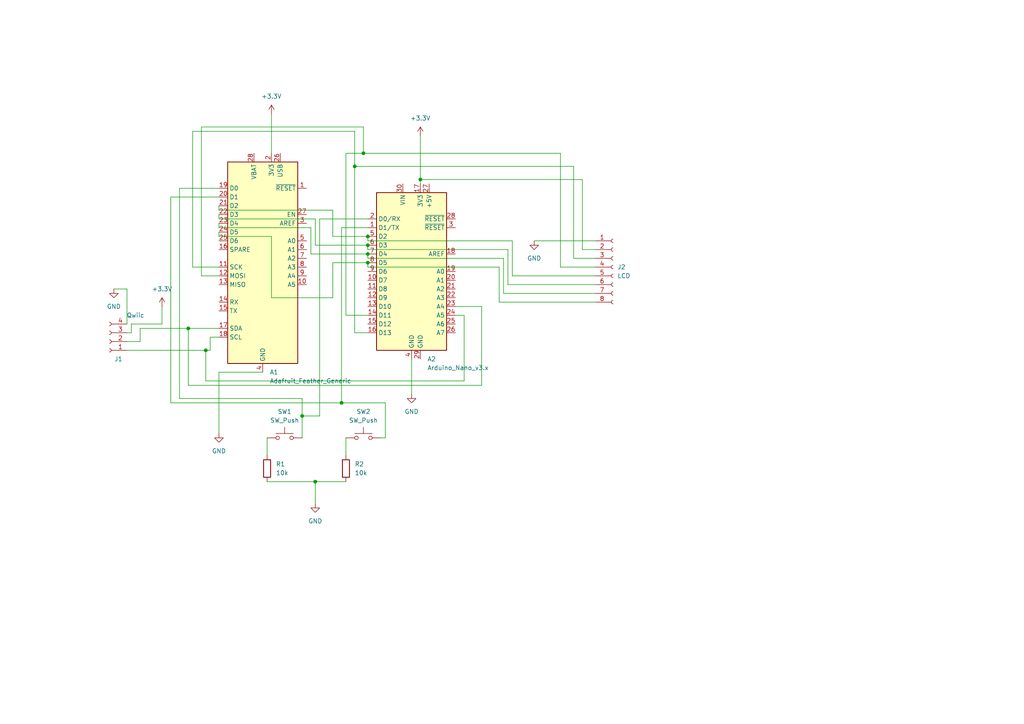
<source format=kicad_sch>
(kicad_sch (version 20211123) (generator eeschema)
  (paper "A4")
  (title_block (title "Feather and Nano to LCD HAT") (date "2023-01-30") (rev "1.0") (company "BitBank Software, Inc.") (comment 1 "A convenient board to test SPI LCDs"))
  (lib_symbols
    (symbol "Connector:Conn_01x04_Female" (pin_names (offset 1.016) hide)
      (property "Reference" "J" (at 0 5.08 0))
      (property "Value" "Conn_01x04_Female" (at 0 -7.62 0))
      (symbol "Conn_01x04_Female_1_1"
        (arc (start 0 -4.572) (mid -0.508 -5.08) (end 0 -5.588) (stroke (width 0.1524)))
        (arc (start 0 -2.032) (mid -0.508 -2.54) (end 0 -3.048) (stroke (width 0.1524)))
        (polyline (pts (xy -1.27 -5.08) (xy -0.508 -5.08)) (stroke (width 0.1524)))
        (polyline (pts (xy -1.27 -2.54) (xy -0.508 -2.54)) (stroke (width 0.1524)))
        (polyline (pts (xy -1.27 0) (xy -0.508 0)) (stroke (width 0.1524)))
        (polyline (pts (xy -1.27 2.54) (xy -0.508 2.54)) (stroke (width 0.1524)))
        (arc (start 0 0.508) (mid -0.508 0) (end 0 -0.508) (stroke (width 0.1524)))
        (arc (start 0 3.048) (mid -0.508 2.54) (end 0 2.032) (stroke (width 0.1524)))
        (pin passive line (at -5.08 2.54 0) (length 3.81) (name "Pin_1") (number "1"))
        (pin passive line (at -5.08 0 0) (length 3.81) (name "Pin_2") (number "2"))
        (pin passive line (at -5.08 -2.54 0) (length 3.81) (name "Pin_3") (number "3"))
        (pin passive line (at -5.08 -5.08 0) (length 3.81) (name "Pin_4") (number "4"))
      )
    )
    (symbol "Connector:Conn_01x08_Female" (pin_names (offset 1.016) hide)
      (property "Reference" "J" (at 0 10.16 0))
      (property "Value" "Conn_01x08_Female" (at 0 -12.7 0))
      (symbol "Conn_01x08_Female_1_1"
        (arc (start 0 -9.652) (mid -0.508 -10.16) (end 0 -10.668) (stroke (width 0.1524)))
        (arc (start 0 -7.112) (mid -0.508 -7.62) (end 0 -8.128) (stroke (width 0.1524)))
        (arc (start 0 -4.572) (mid -0.508 -5.08) (end 0 -5.588) (stroke (width 0.1524)))
        (arc (start 0 -2.032) (mid -0.508 -2.54) (end 0 -3.048) (stroke (width 0.1524)))
        (polyline (pts (xy -1.27 -10.16) (xy -0.508 -10.16)) (stroke (width 0.1524)))
        (polyline (pts (xy -1.27 -7.62) (xy -0.508 -7.62)) (stroke (width 0.1524)))
        (polyline (pts (xy -1.27 -5.08) (xy -0.508 -5.08)) (stroke (width 0.1524)))
        (polyline (pts (xy -1.27 -2.54) (xy -0.508 -2.54)) (stroke (width 0.1524)))
        (polyline (pts (xy -1.27 0) (xy -0.508 0)) (stroke (width 0.1524)))
        (polyline (pts (xy -1.27 2.54) (xy -0.508 2.54)) (stroke (width 0.1524)))
        (polyline (pts (xy -1.27 5.08) (xy -0.508 5.08)) (stroke (width 0.1524)))
        (polyline (pts (xy -1.27 7.62) (xy -0.508 7.62)) (stroke (width 0.1524)))
        (arc (start 0 0.508) (mid -0.508 0) (end 0 -0.508) (stroke (width 0.1524)))
        (arc (start 0 3.048) (mid -0.508 2.54) (end 0 2.032) (stroke (width 0.1524)))
        (arc (start 0 5.588) (mid -0.508 5.08) (end 0 4.572) (stroke (width 0.1524)))
        (arc (start 0 8.128) (mid -0.508 7.62) (end 0 7.112) (stroke (width 0.1524)))
        (pin passive line (at -5.08 7.62 0) (length 3.81) (name "Pin_1") (number "1"))
        (pin passive line (at -5.08 5.08 0) (length 3.81) (name "Pin_2") (number "2"))
        (pin passive line (at -5.08 2.54 0) (length 3.81) (name "Pin_3") (number "3"))
        (pin passive line (at -5.08 0 0) (length 3.81) (name "Pin_4") (number "4"))
        (pin passive line (at -5.08 -2.54 0) (length 3.81) (name "Pin_5") (number "5"))
        (pin passive line (at -5.08 -5.08 0) (length 3.81) (name "Pin_6") (number "6"))
        (pin passive line (at -5.08 -7.62 0) (length 3.81) (name "Pin_7") (number "7"))
        (pin passive line (at -5.08 -10.16 0) (length 3.81) (name "Pin_8") (number "8"))
      )
    )
    (symbol "Device:R" (pin_numbers hide) (pin_names (offset 0))
      (property "Reference" "R" (at 2.032 0 90))
      (property "Value" "R" (at 0 0 90))
      (symbol "R_0_1"
        (rectangle (start -1.016 -2.54) (end 1.016 2.54) (stroke (width 0.254)))
      )
      (symbol "R_1_1"
        (pin passive line (at 0 3.81 270) (length 1.27) (name "~") (number "1"))
        (pin passive line (at 0 -3.81 90) (length 1.27) (name "~") (number "2"))
      )
    )
    (symbol "MCU_Module:Adafruit_Feather_Generic"
      (property "Reference" "A" (at -10.16 29.21 0))
      (property "Value" "Adafruit_Feather_Generic" (at 2.54 -31.75 0))
      (symbol "Adafruit_Feather_Generic_0_1"
        (rectangle (start -10.16 27.94) (end 10.16 -30.48) (stroke (width 0.254)) (fill (type background)))
      )
      (symbol "Adafruit_Feather_Generic_1_1"
        (pin input line (at 12.7 20.32 180) (length 2.54) (name "~{RESET}") (number "1"))
        (pin bidirectional line (at 12.7 -7.62 180) (length 2.54) (name "A5") (number "10"))
        (pin bidirectional line (at -12.7 -2.54 0) (length 2.54) (name "SCK") (number "11"))
        (pin bidirectional line (at -12.7 -5.08 0) (length 2.54) (name "MOSI") (number "12"))
        (pin bidirectional line (at -12.7 -7.62 0) (length 2.54) (name "MISO") (number "13"))
        (pin bidirectional line (at -12.7 -12.7 0) (length 2.54) (name "RX") (number "14"))
        (pin bidirectional line (at -12.7 -15.24 0) (length 2.54) (name "TX") (number "15"))
        (pin bidirectional line (at -12.7 2.54 0) (length 2.54) (name "SPARE") (number "16"))
        (pin bidirectional line (at -12.7 -20.32 0) (length 2.54) (name "SDA") (number "17"))
        (pin bidirectional line (at -12.7 -22.86 0) (length 2.54) (name "SCL") (number "18"))
        (pin bidirectional line (at -12.7 20.32 0) (length 2.54) (name "D0") (number "19"))
        (pin power_in line (at 2.54 30.48 270) (length 2.54) (name "3V3") (number "2"))
        (pin bidirectional line (at -12.7 17.78 0) (length 2.54) (name "D1") (number "20"))
        (pin bidirectional line (at -12.7 15.24 0) (length 2.54) (name "D2") (number "21"))
        (pin bidirectional line (at -12.7 12.7 0) (length 2.54) (name "D3") (number "22"))
        (pin bidirectional line (at -12.7 10.16 0) (length 2.54) (name "D4") (number "23"))
        (pin bidirectional line (at -12.7 7.62 0) (length 2.54) (name "D5") (number "24"))
        (pin bidirectional line (at -12.7 5.08 0) (length 2.54) (name "D6") (number "25"))
        (pin power_in line (at 5.08 30.48 270) (length 2.54) (name "USB") (number "26"))
        (pin input line (at 12.7 12.7 180) (length 2.54) (name "EN") (number "27"))
        (pin power_in line (at -2.54 30.48 270) (length 2.54) (name "VBAT") (number "28"))
        (pin input line (at 12.7 10.16 180) (length 2.54) (name "AREF") (number "3"))
        (pin power_in line (at 0 -33.02 90) (length 2.54) (name "GND") (number "4"))
        (pin bidirectional line (at 12.7 5.08 180) (length 2.54) (name "A0") (number "5"))
        (pin bidirectional line (at 12.7 2.54 180) (length 2.54) (name "A1") (number "6"))
        (pin bidirectional line (at 12.7 0 180) (length 2.54) (name "A2") (number "7"))
        (pin bidirectional line (at 12.7 -2.54 180) (length 2.54) (name "A3") (number "8"))
        (pin bidirectional line (at 12.7 -5.08 180) (length 2.54) (name "A4") (number "9"))
      )
    )
    (symbol "MCU_Module:Arduino_Nano_v3.x"
      (property "Reference" "A" (at -10.16 23.495 0))
      (property "Value" "Arduino_Nano_v3.x" (at 5.08 -24.13 0))
      (symbol "Arduino_Nano_v3.x_0_1"
        (rectangle (start -10.16 22.86) (end 10.16 -22.86) (stroke (width 0.254)) (fill (type background)))
      )
      (symbol "Arduino_Nano_v3.x_1_1"
        (pin bidirectional line (at -12.7 12.7 0) (length 2.54) (name "D1/TX") (number "1"))
        (pin bidirectional line (at -12.7 -2.54 0) (length 2.54) (name "D7") (number "10"))
        (pin bidirectional line (at -12.7 -5.08 0) (length 2.54) (name "D8") (number "11"))
        (pin bidirectional line (at -12.7 -7.62 0) (length 2.54) (name "D9") (number "12"))
        (pin bidirectional line (at -12.7 -10.16 0) (length 2.54) (name "D10") (number "13"))
        (pin bidirectional line (at -12.7 -12.7 0) (length 2.54) (name "D11") (number "14"))
        (pin bidirectional line (at -12.7 -15.24 0) (length 2.54) (name "D12") (number "15"))
        (pin bidirectional line (at -12.7 -17.78 0) (length 2.54) (name "D13") (number "16"))
        (pin power_out line (at 2.54 25.4 270) (length 2.54) (name "3V3") (number "17"))
        (pin input line (at 12.7 5.08 180) (length 2.54) (name "AREF") (number "18"))
        (pin bidirectional line (at 12.7 0 180) (length 2.54) (name "A0") (number "19"))
        (pin bidirectional line (at -12.7 15.24 0) (length 2.54) (name "D0/RX") (number "2"))
        (pin bidirectional line (at 12.7 -2.54 180) (length 2.54) (name "A1") (number "20"))
        (pin bidirectional line (at 12.7 -5.08 180) (length 2.54) (name "A2") (number "21"))
        (pin bidirectional line (at 12.7 -7.62 180) (length 2.54) (name "A3") (number "22"))
        (pin bidirectional line (at 12.7 -10.16 180) (length 2.54) (name "A4") (number "23"))
        (pin bidirectional line (at 12.7 -12.7 180) (length 2.54) (name "A5") (number "24"))
        (pin bidirectional line (at 12.7 -15.24 180) (length 2.54) (name "A6") (number "25"))
        (pin bidirectional line (at 12.7 -17.78 180) (length 2.54) (name "A7") (number "26"))
        (pin power_out line (at 5.08 25.4 270) (length 2.54) (name "+5V") (number "27"))
        (pin input line (at 12.7 15.24 180) (length 2.54) (name "~{RESET}") (number "28"))
        (pin power_in line (at 2.54 -25.4 90) (length 2.54) (name "GND") (number "29"))
        (pin input line (at 12.7 12.7 180) (length 2.54) (name "~{RESET}") (number "3"))
        (pin power_in line (at -2.54 25.4 270) (length 2.54) (name "VIN") (number "30"))
        (pin power_in line (at 0 -25.4 90) (length 2.54) (name "GND") (number "4"))
        (pin bidirectional line (at -12.7 10.16 0) (length 2.54) (name "D2") (number "5"))
        (pin bidirectional line (at -12.7 7.62 0) (length 2.54) (name "D3") (number "6"))
        (pin bidirectional line (at -12.7 5.08 0) (length 2.54) (name "D4") (number "7"))
        (pin bidirectional line (at -12.7 2.54 0) (length 2.54) (name "D5") (number "8"))
        (pin bidirectional line (at -12.7 0 0) (length 2.54) (name "D6") (number "9"))
      )
    )
    (symbol "Switch:SW_Push" (pin_numbers hide) (pin_names (offset 1.016) hide)
      (property "Reference" "SW" (at 1.27 2.54 0))
      (property "Value" "SW_Push" (at 0 -1.524 0))
      (symbol "SW_Push_0_1"
        (circle (center -2.032 0) (radius 0.508))
        (polyline (pts (xy 0 1.27) (xy 0 3.048)))
        (polyline (pts (xy 2.54 1.27) (xy -2.54 1.27)))
        (circle (center 2.032 0) (radius 0.508))
        (pin passive line (at -5.08 0 0) (length 2.54) (name "1") (number "1"))
        (pin passive line (at 5.08 0 180) (length 2.54) (name "2") (number "2"))
      )
    )
    (symbol "power:+3.3V" (power) (pin_names (offset 0))
      (property "Value" "+3.3V" (at 0 3.556 0))
      (symbol "+3.3V_0_1"
        (polyline (pts (xy -0.762 1.27) (xy 0 2.54)))
        (polyline (pts (xy 0 0) (xy 0 2.54)))
        (polyline (pts (xy 0 2.54) (xy 0.762 1.27)))
      )
      (symbol "+3.3V_1_1"
        (pin power_in line (at 0 0 90) (length 0) hide (name "+3.3V") (number "1"))
      )
    )
    (symbol "power:GND" (power) (pin_names (offset 0))
      (property "Value" "GND" (at 0 -3.81 0))
      (symbol "GND_0_1"
        (polyline (pts (xy 0 0) (xy 0 -1.27) (xy 1.27 -1.27) (xy 0 -2.54) (xy -1.27 -1.27) (xy 0 -1.27)))
      )
      (symbol "GND_1_1"
        (pin power_in line (at 0 0 270) (length 0) hide (name "GND") (number "1"))
      )
    )
  )
  (junction (at 91.44 139.7))
  (junction (at 99.06 116.84))
  (junction (at 87.63 120.65))
  (junction (at 102.87 48.26))
  (junction (at 106.68 76.2))
  (junction (at 106.68 73.66))
  (junction (at 106.68 71.12))
  (junction (at 106.68 68.58))
  (junction (at 121.92 52.07))
  (junction (at 105.41 44.45))
  (junction (at 54.61 95.25))
  (junction (at 59.69 101.6))
  (wire (pts (xy 166.37 48.26) (xy 166.37 74.93)))
  (wire (pts (xy 106.68 68.58) (xy 106.68 69.85)))
  (wire (pts (xy 59.69 110.49) (xy 59.69 101.6)))
  (wire (pts (xy 106.68 76.2) (xy 106.68 77.47)))
  (wire (pts (xy 77.47 127) (xy 77.47 132.08)))
  (wire (pts (xy 54.61 111.76) (xy 54.61 95.25)))
  (wire (pts (xy 87.63 115.57) (xy 52.07 115.57)))
  (wire (pts (xy 49.53 57.15) (xy 49.53 116.84)))
  (wire (pts (xy 91.44 139.7) (xy 100.33 139.7)))
  (wire (pts (xy 146.05 74.93) (xy 146.05 85.09)))
  (wire (pts (xy 52.07 115.57) (xy 52.07 54.61)))
  (wire (pts (xy 144.78 87.63) (xy 172.72 87.63)))
  (wire (pts (xy 99.06 116.84) (xy 111.76 116.84)))
  (wire (pts (xy 106.68 91.44) (xy 100.33 91.44)))
  (wire (pts (xy 58.42 36.83) (xy 105.41 36.83)))
  (wire (pts (xy 111.76 116.84) (xy 111.76 127)))
  (wire (pts (xy 92.71 120.65) (xy 87.63 120.65)))
  (wire (pts (xy 121.92 52.07) (xy 168.91 52.07)))
  (wire (pts (xy 106.68 77.47) (xy 144.78 77.47)))
  (wire (pts (xy 146.05 85.09) (xy 172.72 85.09)))
  (wire (pts (xy 121.92 53.34) (xy 121.92 52.07)))
  (wire (pts (xy 144.78 77.47) (xy 144.78 87.63)))
  (wire (pts (xy 121.92 39.37) (xy 121.92 52.07)))
  (wire (pts (xy 58.42 80.01) (xy 58.42 36.83)))
  (wire (pts (xy 63.5 66.04) (xy 90.17 66.04)))
  (wire (pts (xy 63.5 107.95) (xy 63.5 125.73)))
  (wire (pts (xy 78.74 68.58) (xy 78.74 86.36)))
  (wire (pts (xy 63.5 62.23) (xy 63.5 63.5)))
  (wire (pts (xy 162.56 77.47) (xy 172.72 77.47)))
  (wire (pts (xy 90.17 73.66) (xy 106.68 73.66)))
  (wire (pts (xy 168.91 72.39) (xy 172.72 72.39)))
  (wire (pts (xy 55.88 38.1) (xy 102.87 38.1)))
  (wire (pts (xy 147.32 72.39) (xy 147.32 82.55)))
  (wire (pts (xy 78.74 86.36) (xy 96.52 86.36)))
  (wire (pts (xy 106.68 69.85) (xy 148.59 69.85)))
  (wire (pts (xy 105.41 36.83) (xy 105.41 44.45)))
  (wire (pts (xy 63.5 57.15) (xy 49.53 57.15)))
  (wire (pts (xy 63.5 64.77) (xy 63.5 66.04)))
  (wire (pts (xy 100.33 127) (xy 100.33 132.08)))
  (wire (pts (xy 106.68 74.93) (xy 146.05 74.93)))
  (wire (pts (xy 134.62 110.49) (xy 59.69 110.49)))
  (wire (pts (xy 162.56 44.45) (xy 162.56 77.47)))
  (wire (pts (xy 105.41 44.45) (xy 162.56 44.45)))
  (wire (pts (xy 110.49 127) (xy 111.76 127)))
  (wire (pts (xy 40.64 95.25) (xy 40.64 99.06)))
  (wire (pts (xy 63.5 77.47) (xy 55.88 77.47)))
  (wire (pts (xy 166.37 74.93) (xy 172.72 74.93)))
  (wire (pts (xy 36.83 96.52) (xy 38.1 96.52)))
  (wire (pts (xy 60.96 101.6) (xy 60.96 97.79)))
  (wire (pts (xy 63.5 59.69) (xy 63.5 60.96)))
  (wire (pts (xy 63.5 63.5) (xy 91.44 63.5)))
  (wire (pts (xy 90.17 66.04) (xy 90.17 73.66)))
  (wire (pts (xy 54.61 95.25) (xy 40.64 95.25)))
  (wire (pts (xy 59.69 101.6) (xy 60.96 101.6)))
  (wire (pts (xy 102.87 96.52) (xy 102.87 48.26)))
  (wire (pts (xy 87.63 120.65) (xy 87.63 115.57)))
  (wire (pts (xy 49.53 116.84) (xy 99.06 116.84)))
  (wire (pts (xy 38.1 96.52) (xy 38.1 93.98)))
  (wire (pts (xy 132.08 88.9) (xy 139.7 88.9)))
  (wire (pts (xy 154.94 69.85) (xy 172.72 69.85)))
  (wire (pts (xy 147.32 82.55) (xy 172.72 82.55)))
  (wire (pts (xy 63.5 95.25) (xy 54.61 95.25)))
  (wire (pts (xy 36.83 101.6) (xy 59.69 101.6)))
  (wire (pts (xy 77.47 139.7) (xy 91.44 139.7)))
  (wire (pts (xy 40.64 99.06) (xy 36.83 99.06)))
  (wire (pts (xy 102.87 38.1) (xy 102.87 48.26)))
  (wire (pts (xy 132.08 91.44) (xy 134.62 91.44)))
  (wire (pts (xy 96.52 60.96) (xy 96.52 68.58)))
  (wire (pts (xy 119.38 104.14) (xy 119.38 114.3)))
  (wire (pts (xy 148.59 69.85) (xy 148.59 80.01)))
  (wire (pts (xy 106.68 66.04) (xy 99.06 66.04)))
  (wire (pts (xy 96.52 68.58) (xy 106.68 68.58)))
  (wire (pts (xy 106.68 96.52) (xy 102.87 96.52)))
  (wire (pts (xy 63.5 67.31) (xy 63.5 68.58)))
  (wire (pts (xy 63.5 68.58) (xy 78.74 68.58)))
  (wire (pts (xy 139.7 88.9) (xy 139.7 111.76)))
  (wire (pts (xy 63.5 80.01) (xy 58.42 80.01)))
  (wire (pts (xy 106.68 73.66) (xy 106.68 74.93)))
  (wire (pts (xy 76.2 107.95) (xy 63.5 107.95)))
  (wire (pts (xy 91.44 63.5) (xy 91.44 71.12)))
  (wire (pts (xy 78.74 33.02) (xy 78.74 44.45)))
  (wire (pts (xy 99.06 66.04) (xy 99.06 116.84)))
  (wire (pts (xy 134.62 91.44) (xy 134.62 110.49)))
  (wire (pts (xy 100.33 44.45) (xy 105.41 44.45)))
  (wire (pts (xy 46.99 93.98) (xy 46.99 88.9)))
  (wire (pts (xy 139.7 111.76) (xy 54.61 111.76)))
  (wire (pts (xy 96.52 76.2) (xy 106.68 76.2)))
  (wire (pts (xy 106.68 71.12) (xy 106.68 72.39)))
  (wire (pts (xy 102.87 48.26) (xy 166.37 48.26)))
  (wire (pts (xy 60.96 97.79) (xy 63.5 97.79)))
  (wire (pts (xy 38.1 93.98) (xy 46.99 93.98)))
  (wire (pts (xy 106.68 63.5) (xy 92.71 63.5)))
  (wire (pts (xy 100.33 91.44) (xy 100.33 44.45)))
  (wire (pts (xy 87.63 127) (xy 87.63 120.65)))
  (wire (pts (xy 96.52 86.36) (xy 96.52 76.2)))
  (wire (pts (xy 33.02 83.82) (xy 36.83 83.82)))
  (wire (pts (xy 63.5 60.96) (xy 96.52 60.96)))
  (wire (pts (xy 91.44 139.7) (xy 91.44 146.05)))
  (wire (pts (xy 52.07 54.61) (xy 63.5 54.61)))
  (wire (pts (xy 106.68 72.39) (xy 147.32 72.39)))
  (wire (pts (xy 92.71 63.5) (xy 92.71 120.65)))
  (wire (pts (xy 55.88 77.47) (xy 55.88 38.1)))
  (wire (pts (xy 168.91 52.07) (xy 168.91 72.39)))
  (wire (pts (xy 148.59 80.01) (xy 172.72 80.01)))
  (wire (pts (xy 36.83 83.82) (xy 36.83 93.98)))
  (wire (pts (xy 91.44 71.12) (xy 106.68 71.12)))
  (symbol (lib_id "power:GND") (at 154.94 69.85 0) (unit 1)
    (property "Reference" "#PWR0101" (effects hide))
    (property "Value" "GND" (at 154.94 74.93 0))
  )
  (symbol (lib_id "Switch:SW_Push") (at 105.41 127 0) (unit 1)
    (property "Reference" "SW2" (at 105.41 119.38 0))
    (property "Value" "SW_Push" (at 105.41 121.92 0))
    (property "Footprint" "Button_Switch_SMD:SW_Push_1P1T_NO_Vertical_Wuerth_434133025816" (effects hide))
  )
  (symbol (lib_id "power:GND") (at 33.02 83.82 0) (unit 1)
    (property "Reference" "#PWR0105" (effects hide))
    (property "Value" "GND" (at 33.02 88.9 0))
  )
  (symbol (lib_id "power:+3.3V") (at 46.99 88.9 0) (unit 1)
    (property "Reference" "#PWR0104" (effects hide))
    (property "Value" "+3.3V" (at 46.99 83.82 0))
  )
  (symbol (lib_id "Connector:Conn_01x08_Female") (at 177.8 77.47 0) (unit 1)
    (property "Reference" "J2" (at 179.07 77.4699 0) (effects (justify left)))
    (property "Value" "LCD" (at 179.07 80.0099 0) (effects (justify left)))
    (property "Footprint" "Connector_PinSocket_2.54mm:PinSocket_1x08_P2.54mm_Vertical" (effects hide))
  )
  (symbol (lib_id "MCU_Module:Arduino_Nano_v3.x") (at 119.38 78.74 0) (unit 1)
    (property "Reference" "A2" (at 123.9394 104.14 0) (effects (justify left)))
    (property "Value" "Arduino_Nano_v3.x" (at 123.9394 106.68 0) (effects (justify left)))
    (property "Footprint" "Module:Arduino_Nano" (effects hide))
    (property "Datasheet" "http://www.mouser.com/pdfdocs/Gravitech_Arduino_Nano3_0.pdf" (effects hide))
  )
  (symbol (lib_id "power:+3.3V") (at 78.74 33.02 0) (unit 1)
    (property "Reference" "#PWR?" (effects hide))
    (property "Value" "+3.3V" (at 78.74 27.94 0))
  )
  (symbol (lib_id "power:+3.3V") (at 121.92 39.37 0) (unit 1)
    (property "Reference" "#PWR?" (effects hide))
    (property "Value" "+3.3V" (at 121.92 34.29 0))
  )
  (symbol (lib_id "Switch:SW_Push") (at 82.55 127 0) (unit 1)
    (property "Reference" "SW1" (at 82.55 119.38 0))
    (property "Value" "SW_Push" (at 82.55 121.92 0))
    (property "Footprint" "Button_Switch_SMD:SW_Push_1P1T_NO_Vertical_Wuerth_434133025816" (effects hide))
  )
  (symbol (lib_id "Device:R") (at 77.47 135.89 0) (unit 1)
    (property "Reference" "R1" (at 80.01 134.6199 0) (effects (justify left)))
    (property "Value" "10k" (at 80.01 137.1599 0) (effects (justify left)))
    (property "Footprint" "Resistor_SMD:R_0603_1608Metric" (effects hide))
  )
  (symbol (lib_id "MCU_Module:Adafruit_Feather_Generic") (at 76.2 74.93 0) (unit 1)
    (property "Reference" "A1" (at 78.2194 107.95 0) (effects (justify left)))
    (property "Value" "Adafruit_Feather_Generic" (at 78.2194 110.49 0) (effects (justify left)))
    (property "Footprint" "Module:Adafruit_Feather" (effects hide))
    (property "Datasheet" "https://cdn-learn.adafruit.com/downloads/pdf/adafruit-feather.pdf" (effects hide))
  )
  (symbol (lib_id "Device:R") (at 100.33 135.89 0) (unit 1)
    (property "Reference" "R2" (at 102.87 134.6199 0) (effects (justify left)))
    (property "Value" "10k" (at 102.87 137.1599 0) (effects (justify left)))
    (property "Footprint" "Resistor_SMD:R_0603_1608Metric" (effects hide))
  )
  (symbol (lib_id "Connector:Conn_01x04_Female") (at 31.75 99.06 180) (unit 1)
    (property "Reference" "J1" (at 35.56 104.14 0) (effects (justify left)))
    (property "Value" "Qwiic" (at 41.91 91.44 0) (effects (justify left)))
    (property "Footprint" "Connector_JST:JST_SH_SM04B-SRSS-TB_1x04-1MP_P1.00mm_Horizontal" (effects hide))
  )
  (symbol (lib_id "power:GND") (at 91.44 146.05 0) (unit 1)
    (property "Reference" "#PWR0103" (effects hide))
    (property "Value" "GND" (at 91.44 151.13 0))
  )
  (symbol (lib_id "power:GND") (at 119.38 114.3 0) (unit 1)
    (property "Reference" "#PWR0102" (effects hide))
    (property "Value" "GND" (at 119.38 119.38 0))
  )
  (symbol (lib_id "power:GND") (at 63.5 125.73 0) (unit 1)
    (property "Reference" "#PWR?" (effects hide))
    (property "Value" "GND" (at 63.5 130.81 0))
  )
)
</source>
